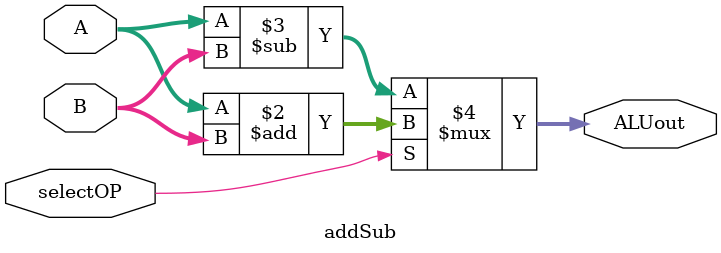
<source format=v>
module addSub(A, B, selectOP, ALUout);
	input wire [8:0]A, B;  
	input wire selectOP;
	
	output wire [8:0]ALUout;
	
	parameter ADD = 1'b1,
			  SUB = 1'b0;
	
	assign ALUout = (selectOP == ADD)? A + B: A - B;

endmodule

</source>
